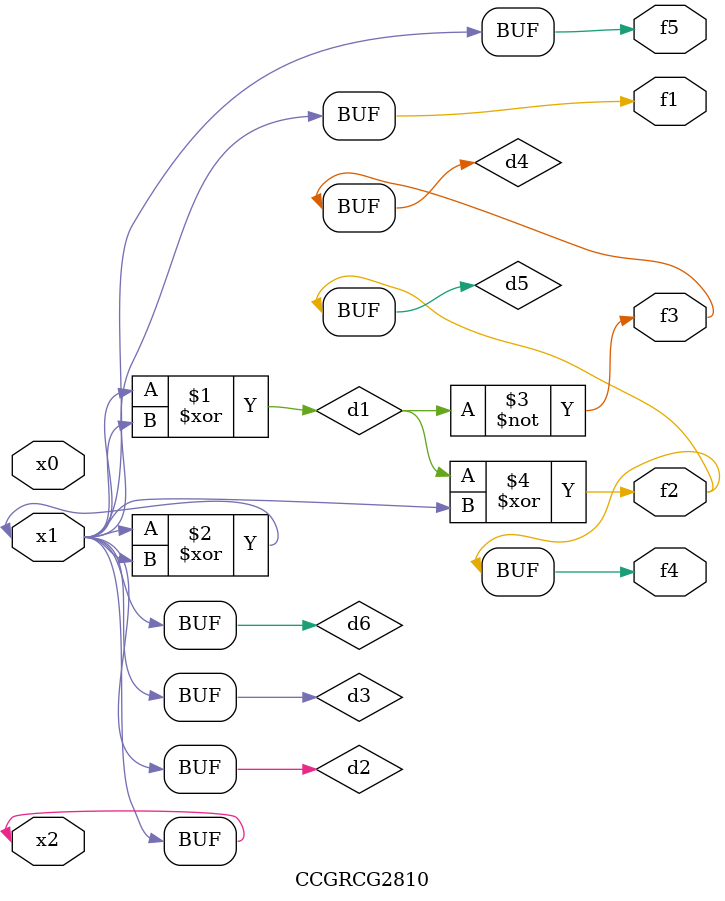
<source format=v>
module CCGRCG2810(
	input x0, x1, x2,
	output f1, f2, f3, f4, f5
);

	wire d1, d2, d3, d4, d5, d6;

	xor (d1, x1, x2);
	buf (d2, x1, x2);
	xor (d3, x1, x2);
	nor (d4, d1);
	xor (d5, d1, d2);
	buf (d6, d2, d3);
	assign f1 = d6;
	assign f2 = d5;
	assign f3 = d4;
	assign f4 = d5;
	assign f5 = d6;
endmodule

</source>
